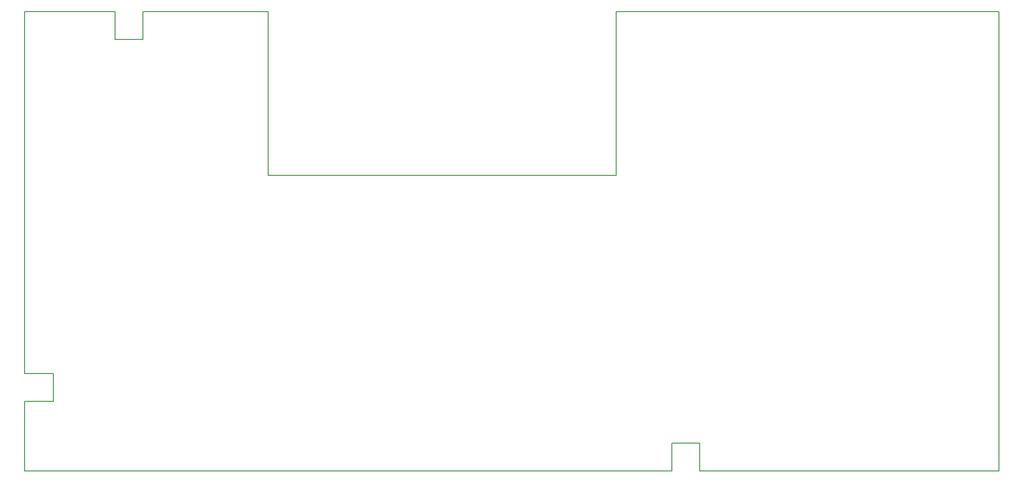
<source format=gm1>
G04 #@! TF.FileFunction,Profile,NP*
%FSLAX46Y46*%
G04 Gerber Fmt 4.6, Leading zero omitted, Abs format (unit mm)*
G04 Created by KiCad (PCBNEW 4.0.1-3.201512221402+6198~38~ubuntu15.04.1-stable) date Tue 02 Feb 2016 09:09:18 AM EST*
%MOMM*%
G01*
G04 APERTURE LIST*
%ADD10C,0.100000*%
%ADD11C,0.150000*%
G04 APERTURE END LIST*
D10*
D11*
X168910000Y-121920000D02*
X50800000Y-121920000D01*
X173990000Y-116840000D02*
X173990000Y-121920000D01*
X168910000Y-116840000D02*
X173990000Y-116840000D01*
X168910000Y-121920000D02*
X168910000Y-116840000D01*
X72390000Y-38100000D02*
X95250000Y-38100000D01*
X72390000Y-43180000D02*
X72390000Y-38100000D01*
X67310000Y-43180000D02*
X72390000Y-43180000D01*
X67310000Y-38100000D02*
X67310000Y-43180000D01*
X50800000Y-121920000D02*
X50800000Y-109220000D01*
X56007000Y-109220000D02*
X50800000Y-109220000D01*
X56007000Y-104140000D02*
X56007000Y-109220000D01*
X50800000Y-104140000D02*
X56007000Y-104140000D01*
X50800000Y-38100000D02*
X50800000Y-104140000D01*
X228600000Y-121920000D02*
X173990000Y-121920000D01*
X67310000Y-38100000D02*
X50800000Y-38100000D01*
X95250000Y-67945000D02*
X95250000Y-38100000D01*
X158750000Y-67945000D02*
X95250000Y-67945000D01*
X158750000Y-38100000D02*
X158750000Y-67945000D01*
X228600000Y-38100000D02*
X228600000Y-121920000D01*
X158750000Y-38100000D02*
X228600000Y-38100000D01*
M02*

</source>
